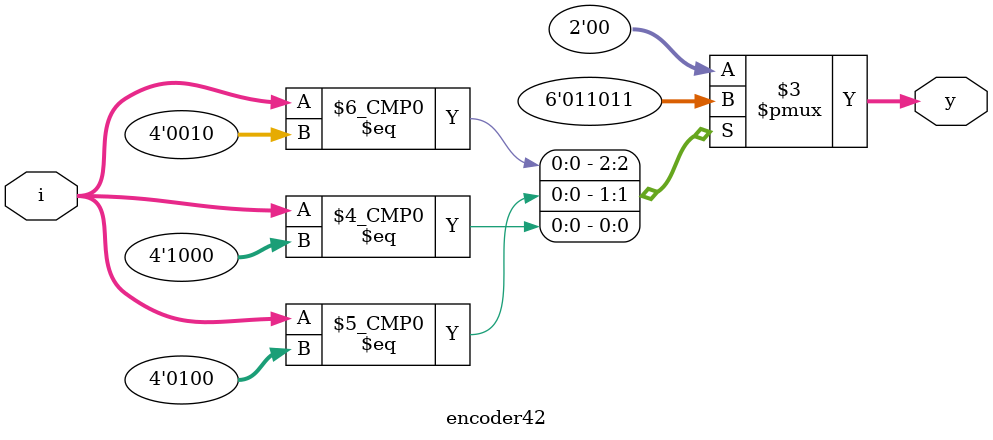
<source format=v>
module encoder42(i,y);
	input [3:0]i;
	output reg [1:0]y;

	always @(i) begin
		casex(i)
		4'b0001: y = 2'b00;
		4'b0010: y = 2'b01;
		4'b0100: y = 2'b10;
		4'b1000: y = 2'b11;
		default  y = 2'b00;
		endcase
	end	
endmodule

</source>
